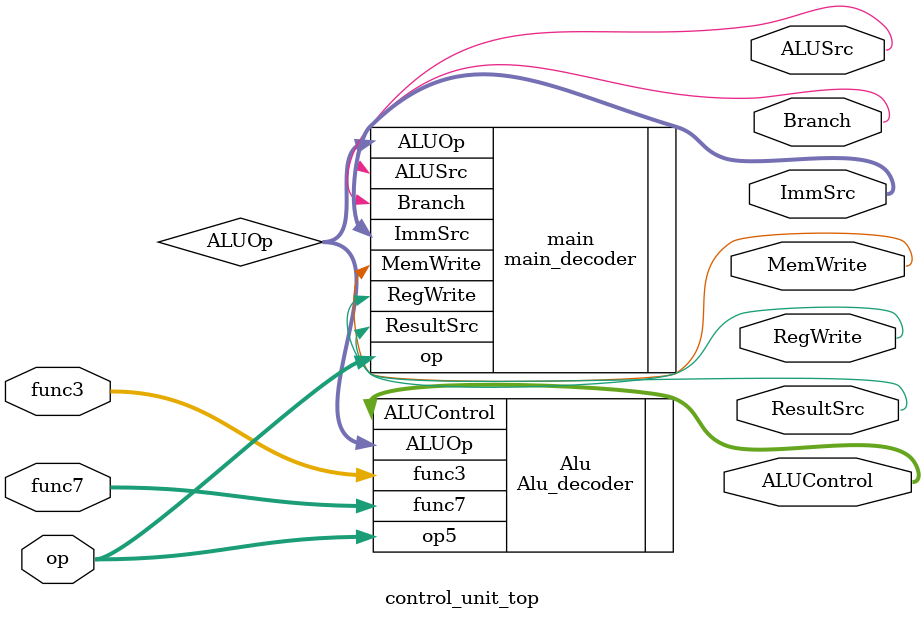
<source format=v>
`include "main_decoder.v"
`include "Alu_decoder.v"


module control_unit_top(op,RegWrite,MemWrite,ResultSrc,ALUSrc,Branch,ImmSrc,func3,func7,ALUControl);

    input [6:0]op,func7;
    input [2:0]func3;
    output RegWrite,ALUSrc,MemWrite,ResultSrc,Branch;
    output [1:0]ImmSrc;
    output [2:0]ALUControl;

    wire [1:0] ALUOp;

    main_decoder main (
                    .op(op),
            //        .zero(),
                    .RegWrite(RegWrite),
                    .MemWrite(MemWrite),
                    .ResultSrc(ResultSrc),
                    .ALUSrc(ALUSrc), 
                    .ImmSrc(ImmSrc),
                    .ALUOp(ALUOp), 
                    .Branch(Branch)
           //         .PCSrc()
    );

    Alu_decoder Alu(
                    .func3(func3),
                    .func7(func7),
                    .ALUOp(ALUOp),
                    .ALUControl(ALUControl),
                    .op5(op)
             
    );

endmodule

</source>
